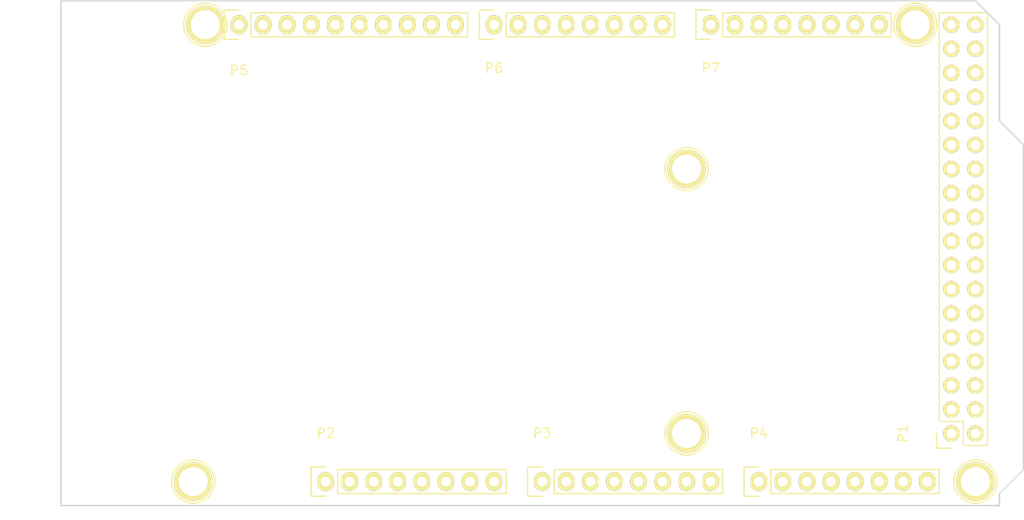
<source format=kicad_pcb>
(kicad_pcb (version 4) (host pcbnew "(2015-03-25 BZR 5536)-product")

  (general
    (links 6)
    (no_connects 6)
    (area 96.952999 66.693 205.053001 122.895)
    (thickness 1.6)
    (drawings 27)
    (tracks 0)
    (zones 0)
    (modules 13)
    (nets 87)
  )

  (page A4)
  (title_block
    (date "mar. 31 mars 2015")
  )

  (layers
    (0 F.Cu signal)
    (31 B.Cu signal)
    (32 B.Adhes user)
    (33 F.Adhes user)
    (34 B.Paste user)
    (35 F.Paste user)
    (36 B.SilkS user)
    (37 F.SilkS user)
    (38 B.Mask user)
    (39 F.Mask user)
    (40 Dwgs.User user)
    (41 Cmts.User user)
    (42 Eco1.User user)
    (43 Eco2.User user)
    (44 Edge.Cuts user)
    (45 Margin user)
    (46 B.CrtYd user)
    (47 F.CrtYd user)
    (48 B.Fab user)
    (49 F.Fab user)
  )

  (setup
    (last_trace_width 0.25)
    (trace_clearance 0.2)
    (zone_clearance 0.508)
    (zone_45_only no)
    (trace_min 0.2)
    (segment_width 0.15)
    (edge_width 0.15)
    (via_size 0.6)
    (via_drill 0.4)
    (via_min_size 0.4)
    (via_min_drill 0.3)
    (uvia_size 0.3)
    (uvia_drill 0.1)
    (uvias_allowed no)
    (uvia_min_size 0.2)
    (uvia_min_drill 0.1)
    (pcb_text_width 0.3)
    (pcb_text_size 1.5 1.5)
    (mod_edge_width 0.15)
    (mod_text_size 1 1)
    (mod_text_width 0.15)
    (pad_size 4.064 4.064)
    (pad_drill 3.048)
    (pad_to_mask_clearance 0)
    (aux_axis_origin 103.378 121.666)
    (visible_elements FFFFFF7F)
    (pcbplotparams
      (layerselection 0x00030_80000001)
      (usegerberextensions false)
      (excludeedgelayer true)
      (linewidth 0.100000)
      (plotframeref false)
      (viasonmask false)
      (mode 1)
      (useauxorigin false)
      (hpglpennumber 1)
      (hpglpenspeed 20)
      (hpglpendiameter 15)
      (hpglpenoverlay 2)
      (psnegative false)
      (psa4output false)
      (plotreference true)
      (plotvalue true)
      (plotinvisibletext false)
      (padsonsilk false)
      (subtractmaskfromsilk false)
      (outputformat 1)
      (mirror false)
      (drillshape 1)
      (scaleselection 1)
      (outputdirectory ""))
  )

  (net 0 "")
  (net 1 GND)
  (net 2 "/52(SCK)")
  (net 3 "/53(SS)")
  (net 4 "/50(MISO)")
  (net 5 "/51(MOSI)")
  (net 6 /48)
  (net 7 /49)
  (net 8 /46)
  (net 9 /47)
  (net 10 /44)
  (net 11 /45)
  (net 12 /42)
  (net 13 /43)
  (net 14 /40)
  (net 15 /41)
  (net 16 /38)
  (net 17 /39)
  (net 18 /36)
  (net 19 /37)
  (net 20 /34)
  (net 21 /35)
  (net 22 /32)
  (net 23 /33)
  (net 24 /30)
  (net 25 /31)
  (net 26 /28)
  (net 27 /29)
  (net 28 /26)
  (net 29 /27)
  (net 30 /24)
  (net 31 /25)
  (net 32 /22)
  (net 33 /23)
  (net 34 +5V)
  (net 35 /IOREF)
  (net 36 /Reset)
  (net 37 /Vin)
  (net 38 /A0)
  (net 39 /A1)
  (net 40 /A2)
  (net 41 /A3)
  (net 42 /A4)
  (net 43 /A5)
  (net 44 /A6)
  (net 45 /A7)
  (net 46 /A8)
  (net 47 /A9)
  (net 48 /A10)
  (net 49 /A11)
  (net 50 /A12)
  (net 51 /A13)
  (net 52 /A14)
  (net 53 /A15)
  (net 54 /SCL)
  (net 55 /SDA)
  (net 56 /AREF)
  (net 57 "/13(**)")
  (net 58 "/12(**)")
  (net 59 "/11(**)")
  (net 60 "/10(**)")
  (net 61 "/9(**)")
  (net 62 "/8(**)")
  (net 63 "/7(**)")
  (net 64 "/6(**)")
  (net 65 "/5(**)")
  (net 66 "/4(**)")
  (net 67 "/3(**)")
  (net 68 "/2(**)")
  (net 69 "/20(SDA)")
  (net 70 "/21(SCL)")
  (net 71 "Net-(P8-Pad1)")
  (net 72 "Net-(P9-Pad1)")
  (net 73 "Net-(P10-Pad1)")
  (net 74 "Net-(P11-Pad1)")
  (net 75 "Net-(P12-Pad1)")
  (net 76 "Net-(P13-Pad1)")
  (net 77 "Net-(P2-Pad1)")
  (net 78 +3V3)
  (net 79 "/1(Tx0)")
  (net 80 "/0(Rx0)")
  (net 81 "/14(Tx3)")
  (net 82 "/15(Rx3)")
  (net 83 "/16(Tx2)")
  (net 84 "/17(Rx2)")
  (net 85 "/18(Tx1)")
  (net 86 "/19(Rx1)")

  (net_class Default "This is the default net class."
    (clearance 0.2)
    (trace_width 0.25)
    (via_dia 0.6)
    (via_drill 0.4)
    (uvia_dia 0.3)
    (uvia_drill 0.1)
    (add_net +3V3)
    (add_net +5V)
    (add_net "/0(Rx0)")
    (add_net "/1(Tx0)")
    (add_net "/10(**)")
    (add_net "/11(**)")
    (add_net "/12(**)")
    (add_net "/13(**)")
    (add_net "/14(Tx3)")
    (add_net "/15(Rx3)")
    (add_net "/16(Tx2)")
    (add_net "/17(Rx2)")
    (add_net "/18(Tx1)")
    (add_net "/19(Rx1)")
    (add_net "/2(**)")
    (add_net "/20(SDA)")
    (add_net "/21(SCL)")
    (add_net /22)
    (add_net /23)
    (add_net /24)
    (add_net /25)
    (add_net /26)
    (add_net /27)
    (add_net /28)
    (add_net /29)
    (add_net "/3(**)")
    (add_net /30)
    (add_net /31)
    (add_net /32)
    (add_net /33)
    (add_net /34)
    (add_net /35)
    (add_net /36)
    (add_net /37)
    (add_net /38)
    (add_net /39)
    (add_net "/4(**)")
    (add_net /40)
    (add_net /41)
    (add_net /42)
    (add_net /43)
    (add_net /44)
    (add_net /45)
    (add_net /46)
    (add_net /47)
    (add_net /48)
    (add_net /49)
    (add_net "/5(**)")
    (add_net "/50(MISO)")
    (add_net "/51(MOSI)")
    (add_net "/52(SCK)")
    (add_net "/53(SS)")
    (add_net "/6(**)")
    (add_net "/7(**)")
    (add_net "/8(**)")
    (add_net "/9(**)")
    (add_net /A0)
    (add_net /A1)
    (add_net /A10)
    (add_net /A11)
    (add_net /A12)
    (add_net /A13)
    (add_net /A14)
    (add_net /A15)
    (add_net /A2)
    (add_net /A3)
    (add_net /A4)
    (add_net /A5)
    (add_net /A6)
    (add_net /A7)
    (add_net /A8)
    (add_net /A9)
    (add_net /AREF)
    (add_net /IOREF)
    (add_net /Reset)
    (add_net /SCL)
    (add_net /SDA)
    (add_net /Vin)
    (add_net GND)
    (add_net "Net-(P10-Pad1)")
    (add_net "Net-(P11-Pad1)")
    (add_net "Net-(P12-Pad1)")
    (add_net "Net-(P13-Pad1)")
    (add_net "Net-(P2-Pad1)")
    (add_net "Net-(P8-Pad1)")
    (add_net "Net-(P9-Pad1)")
  )

  (module Socket_Arduino_Mega:Socket_Strip_Arduino_2x18 (layer F.Cu) (tedit 5519A013) (tstamp 551AFCE5)
    (at 197.358 114.046 90)
    (descr "Through hole socket strip")
    (tags "socket strip")
    (path /5519A11D)
    (fp_text reference P1 (at 0 -5.1 90) (layer F.SilkS)
      (effects (font (size 1 1) (thickness 0.15)))
    )
    (fp_text value Digital (at 0 -3.1 90) (layer F.Fab)
      (effects (font (size 1 1) (thickness 0.15)))
    )
    (fp_line (start -1.75 -1.75) (end -1.75 4.3) (layer F.CrtYd) (width 0.05))
    (fp_line (start 44.95 -1.75) (end 44.95 4.3) (layer F.CrtYd) (width 0.05))
    (fp_line (start -1.75 -1.75) (end 44.95 -1.75) (layer F.CrtYd) (width 0.05))
    (fp_line (start -1.75 4.3) (end 44.95 4.3) (layer F.CrtYd) (width 0.05))
    (fp_line (start -1.27 3.81) (end 44.45 3.81) (layer F.SilkS) (width 0.15))
    (fp_line (start 44.45 -1.27) (end 1.27 -1.27) (layer F.SilkS) (width 0.15))
    (fp_line (start 44.45 3.81) (end 44.45 -1.27) (layer F.SilkS) (width 0.15))
    (fp_line (start -1.27 3.81) (end -1.27 1.27) (layer F.SilkS) (width 0.15))
    (fp_line (start 0 -1.55) (end -1.55 -1.55) (layer F.SilkS) (width 0.15))
    (fp_line (start -1.27 1.27) (end 1.27 1.27) (layer F.SilkS) (width 0.15))
    (fp_line (start 1.27 1.27) (end 1.27 -1.27) (layer F.SilkS) (width 0.15))
    (fp_line (start -1.55 -1.55) (end -1.55 0) (layer F.SilkS) (width 0.15))
    (pad 1 thru_hole circle (at 0 0 90) (size 1.7272 1.7272) (drill 1.016) (layers *.Cu *.Mask F.SilkS)
      (net 1 GND))
    (pad 2 thru_hole oval (at 0 2.54 90) (size 1.7272 1.7272) (drill 1.016) (layers *.Cu *.Mask F.SilkS)
      (net 1 GND))
    (pad 3 thru_hole oval (at 2.54 0 90) (size 1.7272 1.7272) (drill 1.016) (layers *.Cu *.Mask F.SilkS)
      (net 2 "/52(SCK)"))
    (pad 4 thru_hole oval (at 2.54 2.54 90) (size 1.7272 1.7272) (drill 1.016) (layers *.Cu *.Mask F.SilkS)
      (net 3 "/53(SS)"))
    (pad 5 thru_hole oval (at 5.08 0 90) (size 1.7272 1.7272) (drill 1.016) (layers *.Cu *.Mask F.SilkS)
      (net 4 "/50(MISO)"))
    (pad 6 thru_hole oval (at 5.08 2.54 90) (size 1.7272 1.7272) (drill 1.016) (layers *.Cu *.Mask F.SilkS)
      (net 5 "/51(MOSI)"))
    (pad 7 thru_hole oval (at 7.62 0 90) (size 1.7272 1.7272) (drill 1.016) (layers *.Cu *.Mask F.SilkS)
      (net 6 /48))
    (pad 8 thru_hole oval (at 7.62 2.54 90) (size 1.7272 1.7272) (drill 1.016) (layers *.Cu *.Mask F.SilkS)
      (net 7 /49))
    (pad 9 thru_hole oval (at 10.16 0 90) (size 1.7272 1.7272) (drill 1.016) (layers *.Cu *.Mask F.SilkS)
      (net 8 /46))
    (pad 10 thru_hole oval (at 10.16 2.54 90) (size 1.7272 1.7272) (drill 1.016) (layers *.Cu *.Mask F.SilkS)
      (net 9 /47))
    (pad 11 thru_hole oval (at 12.7 0 90) (size 1.7272 1.7272) (drill 1.016) (layers *.Cu *.Mask F.SilkS)
      (net 10 /44))
    (pad 12 thru_hole oval (at 12.7 2.54 90) (size 1.7272 1.7272) (drill 1.016) (layers *.Cu *.Mask F.SilkS)
      (net 11 /45))
    (pad 13 thru_hole oval (at 15.24 0 90) (size 1.7272 1.7272) (drill 1.016) (layers *.Cu *.Mask F.SilkS)
      (net 12 /42))
    (pad 14 thru_hole oval (at 15.24 2.54 90) (size 1.7272 1.7272) (drill 1.016) (layers *.Cu *.Mask F.SilkS)
      (net 13 /43))
    (pad 15 thru_hole oval (at 17.78 0 90) (size 1.7272 1.7272) (drill 1.016) (layers *.Cu *.Mask F.SilkS)
      (net 14 /40))
    (pad 16 thru_hole oval (at 17.78 2.54 90) (size 1.7272 1.7272) (drill 1.016) (layers *.Cu *.Mask F.SilkS)
      (net 15 /41))
    (pad 17 thru_hole oval (at 20.32 0 90) (size 1.7272 1.7272) (drill 1.016) (layers *.Cu *.Mask F.SilkS)
      (net 16 /38))
    (pad 18 thru_hole oval (at 20.32 2.54 90) (size 1.7272 1.7272) (drill 1.016) (layers *.Cu *.Mask F.SilkS)
      (net 17 /39))
    (pad 19 thru_hole oval (at 22.86 0 90) (size 1.7272 1.7272) (drill 1.016) (layers *.Cu *.Mask F.SilkS)
      (net 18 /36))
    (pad 20 thru_hole oval (at 22.86 2.54 90) (size 1.7272 1.7272) (drill 1.016) (layers *.Cu *.Mask F.SilkS)
      (net 19 /37))
    (pad 21 thru_hole oval (at 25.4 0 90) (size 1.7272 1.7272) (drill 1.016) (layers *.Cu *.Mask F.SilkS)
      (net 20 /34))
    (pad 22 thru_hole oval (at 25.4 2.54 90) (size 1.7272 1.7272) (drill 1.016) (layers *.Cu *.Mask F.SilkS)
      (net 21 /35))
    (pad 23 thru_hole oval (at 27.94 0 90) (size 1.7272 1.7272) (drill 1.016) (layers *.Cu *.Mask F.SilkS)
      (net 22 /32))
    (pad 24 thru_hole oval (at 27.94 2.54 90) (size 1.7272 1.7272) (drill 1.016) (layers *.Cu *.Mask F.SilkS)
      (net 23 /33))
    (pad 25 thru_hole oval (at 30.48 0 90) (size 1.7272 1.7272) (drill 1.016) (layers *.Cu *.Mask F.SilkS)
      (net 24 /30))
    (pad 26 thru_hole oval (at 30.48 2.54 90) (size 1.7272 1.7272) (drill 1.016) (layers *.Cu *.Mask F.SilkS)
      (net 25 /31))
    (pad 27 thru_hole oval (at 33.02 0 90) (size 1.7272 1.7272) (drill 1.016) (layers *.Cu *.Mask F.SilkS)
      (net 26 /28))
    (pad 28 thru_hole oval (at 33.02 2.54 90) (size 1.7272 1.7272) (drill 1.016) (layers *.Cu *.Mask F.SilkS)
      (net 27 /29))
    (pad 29 thru_hole oval (at 35.56 0 90) (size 1.7272 1.7272) (drill 1.016) (layers *.Cu *.Mask F.SilkS)
      (net 28 /26))
    (pad 30 thru_hole oval (at 35.56 2.54 90) (size 1.7272 1.7272) (drill 1.016) (layers *.Cu *.Mask F.SilkS)
      (net 29 /27))
    (pad 31 thru_hole oval (at 38.1 0 90) (size 1.7272 1.7272) (drill 1.016) (layers *.Cu *.Mask F.SilkS)
      (net 30 /24))
    (pad 32 thru_hole oval (at 38.1 2.54 90) (size 1.7272 1.7272) (drill 1.016) (layers *.Cu *.Mask F.SilkS)
      (net 31 /25))
    (pad 33 thru_hole oval (at 40.64 0 90) (size 1.7272 1.7272) (drill 1.016) (layers *.Cu *.Mask F.SilkS)
      (net 32 /22))
    (pad 34 thru_hole oval (at 40.64 2.54 90) (size 1.7272 1.7272) (drill 1.016) (layers *.Cu *.Mask F.SilkS)
      (net 33 /23))
    (pad 35 thru_hole oval (at 43.18 0 90) (size 1.7272 1.7272) (drill 1.016) (layers *.Cu *.Mask F.SilkS)
      (net 34 +5V))
    (pad 36 thru_hole oval (at 43.18 2.54 90) (size 1.7272 1.7272) (drill 1.016) (layers *.Cu *.Mask F.SilkS)
      (net 34 +5V))
    (model ${KIPRJMOD}/Socket_Arduino_Mega.3dshapes/Socket_header_Arduino_2x18.wrl
      (at (xyz 0.85 -0.05 0))
      (scale (xyz 1 1 1))
      (rotate (xyz 0 0 180))
    )
  )

  (module Socket_Arduino_Mega:Socket_Strip_Arduino_1x08 (layer F.Cu) (tedit 551AFADB) (tstamp 551AFCFC)
    (at 131.318 119.126)
    (descr "Through hole socket strip")
    (tags "socket strip")
    (path /5519888A)
    (fp_text reference P2 (at 0 -5.1) (layer F.SilkS)
      (effects (font (size 1 1) (thickness 0.15)))
    )
    (fp_text value Power (at 0 -3.1) (layer F.Fab)
      (effects (font (size 1 1) (thickness 0.15)))
    )
    (fp_line (start -1.75 -1.75) (end -1.75 1.75) (layer F.CrtYd) (width 0.05))
    (fp_line (start 19.55 -1.75) (end 19.55 1.75) (layer F.CrtYd) (width 0.05))
    (fp_line (start -1.75 -1.75) (end 19.55 -1.75) (layer F.CrtYd) (width 0.05))
    (fp_line (start -1.75 1.75) (end 19.55 1.75) (layer F.CrtYd) (width 0.05))
    (fp_line (start 1.27 1.27) (end 19.05 1.27) (layer F.SilkS) (width 0.15))
    (fp_line (start 19.05 1.27) (end 19.05 -1.27) (layer F.SilkS) (width 0.15))
    (fp_line (start 19.05 -1.27) (end 1.27 -1.27) (layer F.SilkS) (width 0.15))
    (fp_line (start -1.55 1.55) (end 0 1.55) (layer F.SilkS) (width 0.15))
    (fp_line (start 1.27 1.27) (end 1.27 -1.27) (layer F.SilkS) (width 0.15))
    (fp_line (start 0 -1.55) (end -1.55 -1.55) (layer F.SilkS) (width 0.15))
    (fp_line (start -1.55 -1.55) (end -1.55 1.55) (layer F.SilkS) (width 0.15))
    (pad 1 thru_hole oval (at 0 0) (size 1.7272 2.032) (drill 1.016) (layers *.Cu *.Mask F.SilkS)
      (net 77 "Net-(P2-Pad1)"))
    (pad 2 thru_hole oval (at 2.54 0) (size 1.7272 2.032) (drill 1.016) (layers *.Cu *.Mask F.SilkS)
      (net 35 /IOREF))
    (pad 3 thru_hole oval (at 5.08 0) (size 1.7272 2.032) (drill 1.016) (layers *.Cu *.Mask F.SilkS)
      (net 36 /Reset))
    (pad 4 thru_hole oval (at 7.62 0) (size 1.7272 2.032) (drill 1.016) (layers *.Cu *.Mask F.SilkS)
      (net 78 +3V3))
    (pad 5 thru_hole oval (at 10.16 0) (size 1.7272 2.032) (drill 1.016) (layers *.Cu *.Mask F.SilkS)
      (net 34 +5V))
    (pad 6 thru_hole oval (at 12.7 0) (size 1.7272 2.032) (drill 1.016) (layers *.Cu *.Mask F.SilkS)
      (net 1 GND))
    (pad 7 thru_hole oval (at 15.24 0) (size 1.7272 2.032) (drill 1.016) (layers *.Cu *.Mask F.SilkS)
      (net 1 GND))
    (pad 8 thru_hole oval (at 17.78 0) (size 1.7272 2.032) (drill 1.016) (layers *.Cu *.Mask F.SilkS)
      (net 37 /Vin))
    (model ${KIPRJMOD}/Socket_Arduino_Mega.3dshapes/Socket_header_Arduino_1x08.wrl
      (at (xyz 0.35 0 0))
      (scale (xyz 1 1 1))
      (rotate (xyz 0 0 180))
    )
  )

  (module Socket_Arduino_Mega:Socket_Strip_Arduino_1x08 (layer F.Cu) (tedit 551AFADB) (tstamp 551AFD13)
    (at 154.178 119.126)
    (descr "Through hole socket strip")
    (tags "socket strip")
    (path /5519891B)
    (fp_text reference P3 (at 0 -5.1) (layer F.SilkS)
      (effects (font (size 1 1) (thickness 0.15)))
    )
    (fp_text value Analog (at 0 -3.1) (layer F.Fab)
      (effects (font (size 1 1) (thickness 0.15)))
    )
    (fp_line (start -1.75 -1.75) (end -1.75 1.75) (layer F.CrtYd) (width 0.05))
    (fp_line (start 19.55 -1.75) (end 19.55 1.75) (layer F.CrtYd) (width 0.05))
    (fp_line (start -1.75 -1.75) (end 19.55 -1.75) (layer F.CrtYd) (width 0.05))
    (fp_line (start -1.75 1.75) (end 19.55 1.75) (layer F.CrtYd) (width 0.05))
    (fp_line (start 1.27 1.27) (end 19.05 1.27) (layer F.SilkS) (width 0.15))
    (fp_line (start 19.05 1.27) (end 19.05 -1.27) (layer F.SilkS) (width 0.15))
    (fp_line (start 19.05 -1.27) (end 1.27 -1.27) (layer F.SilkS) (width 0.15))
    (fp_line (start -1.55 1.55) (end 0 1.55) (layer F.SilkS) (width 0.15))
    (fp_line (start 1.27 1.27) (end 1.27 -1.27) (layer F.SilkS) (width 0.15))
    (fp_line (start 0 -1.55) (end -1.55 -1.55) (layer F.SilkS) (width 0.15))
    (fp_line (start -1.55 -1.55) (end -1.55 1.55) (layer F.SilkS) (width 0.15))
    (pad 1 thru_hole oval (at 0 0) (size 1.7272 2.032) (drill 1.016) (layers *.Cu *.Mask F.SilkS)
      (net 38 /A0))
    (pad 2 thru_hole oval (at 2.54 0) (size 1.7272 2.032) (drill 1.016) (layers *.Cu *.Mask F.SilkS)
      (net 39 /A1))
    (pad 3 thru_hole oval (at 5.08 0) (size 1.7272 2.032) (drill 1.016) (layers *.Cu *.Mask F.SilkS)
      (net 40 /A2))
    (pad 4 thru_hole oval (at 7.62 0) (size 1.7272 2.032) (drill 1.016) (layers *.Cu *.Mask F.SilkS)
      (net 41 /A3))
    (pad 5 thru_hole oval (at 10.16 0) (size 1.7272 2.032) (drill 1.016) (layers *.Cu *.Mask F.SilkS)
      (net 42 /A4))
    (pad 6 thru_hole oval (at 12.7 0) (size 1.7272 2.032) (drill 1.016) (layers *.Cu *.Mask F.SilkS)
      (net 43 /A5))
    (pad 7 thru_hole oval (at 15.24 0) (size 1.7272 2.032) (drill 1.016) (layers *.Cu *.Mask F.SilkS)
      (net 44 /A6))
    (pad 8 thru_hole oval (at 17.78 0) (size 1.7272 2.032) (drill 1.016) (layers *.Cu *.Mask F.SilkS)
      (net 45 /A7))
    (model ${KIPRJMOD}/Socket_Arduino_Mega.3dshapes/Socket_header_Arduino_1x08.wrl
      (at (xyz 0.35 0 0))
      (scale (xyz 1 1 1))
      (rotate (xyz 0 0 180))
    )
  )

  (module Socket_Arduino_Mega:Socket_Strip_Arduino_1x08 (layer F.Cu) (tedit 551AFADB) (tstamp 551AFD2A)
    (at 177.038 119.126)
    (descr "Through hole socket strip")
    (tags "socket strip")
    (path /551989CF)
    (fp_text reference P4 (at 0 -5.1) (layer F.SilkS)
      (effects (font (size 1 1) (thickness 0.15)))
    )
    (fp_text value Analog (at 0 -3.1) (layer F.Fab)
      (effects (font (size 1 1) (thickness 0.15)))
    )
    (fp_line (start -1.75 -1.75) (end -1.75 1.75) (layer F.CrtYd) (width 0.05))
    (fp_line (start 19.55 -1.75) (end 19.55 1.75) (layer F.CrtYd) (width 0.05))
    (fp_line (start -1.75 -1.75) (end 19.55 -1.75) (layer F.CrtYd) (width 0.05))
    (fp_line (start -1.75 1.75) (end 19.55 1.75) (layer F.CrtYd) (width 0.05))
    (fp_line (start 1.27 1.27) (end 19.05 1.27) (layer F.SilkS) (width 0.15))
    (fp_line (start 19.05 1.27) (end 19.05 -1.27) (layer F.SilkS) (width 0.15))
    (fp_line (start 19.05 -1.27) (end 1.27 -1.27) (layer F.SilkS) (width 0.15))
    (fp_line (start -1.55 1.55) (end 0 1.55) (layer F.SilkS) (width 0.15))
    (fp_line (start 1.27 1.27) (end 1.27 -1.27) (layer F.SilkS) (width 0.15))
    (fp_line (start 0 -1.55) (end -1.55 -1.55) (layer F.SilkS) (width 0.15))
    (fp_line (start -1.55 -1.55) (end -1.55 1.55) (layer F.SilkS) (width 0.15))
    (pad 1 thru_hole oval (at 0 0) (size 1.7272 2.032) (drill 1.016) (layers *.Cu *.Mask F.SilkS)
      (net 46 /A8))
    (pad 2 thru_hole oval (at 2.54 0) (size 1.7272 2.032) (drill 1.016) (layers *.Cu *.Mask F.SilkS)
      (net 47 /A9))
    (pad 3 thru_hole oval (at 5.08 0) (size 1.7272 2.032) (drill 1.016) (layers *.Cu *.Mask F.SilkS)
      (net 48 /A10))
    (pad 4 thru_hole oval (at 7.62 0) (size 1.7272 2.032) (drill 1.016) (layers *.Cu *.Mask F.SilkS)
      (net 49 /A11))
    (pad 5 thru_hole oval (at 10.16 0) (size 1.7272 2.032) (drill 1.016) (layers *.Cu *.Mask F.SilkS)
      (net 50 /A12))
    (pad 6 thru_hole oval (at 12.7 0) (size 1.7272 2.032) (drill 1.016) (layers *.Cu *.Mask F.SilkS)
      (net 51 /A13))
    (pad 7 thru_hole oval (at 15.24 0) (size 1.7272 2.032) (drill 1.016) (layers *.Cu *.Mask F.SilkS)
      (net 52 /A14))
    (pad 8 thru_hole oval (at 17.78 0) (size 1.7272 2.032) (drill 1.016) (layers *.Cu *.Mask F.SilkS)
      (net 53 /A15))
    (model ${KIPRJMOD}/Socket_Arduino_Mega.3dshapes/Socket_header_Arduino_1x08.wrl
      (at (xyz 0.35 0 0))
      (scale (xyz 1 1 1))
      (rotate (xyz 0 0 180))
    )
  )

  (module Socket_Arduino_Mega:Socket_Strip_Arduino_1x10 (layer F.Cu) (tedit 551AFC9C) (tstamp 551AFD43)
    (at 122.174 70.866)
    (descr "Through hole socket strip")
    (tags "socket strip")
    (path /55198BE2)
    (fp_text reference P5 (at 0 4.826) (layer F.SilkS)
      (effects (font (size 1 1) (thickness 0.15)))
    )
    (fp_text value PWM (at 0 3.048) (layer F.Fab)
      (effects (font (size 1 1) (thickness 0.15)))
    )
    (fp_line (start -1.75 -1.75) (end -1.75 1.75) (layer F.CrtYd) (width 0.05))
    (fp_line (start 24.65 -1.75) (end 24.65 1.75) (layer F.CrtYd) (width 0.05))
    (fp_line (start -1.75 -1.75) (end 24.65 -1.75) (layer F.CrtYd) (width 0.05))
    (fp_line (start -1.75 1.75) (end 24.65 1.75) (layer F.CrtYd) (width 0.05))
    (fp_line (start 1.27 1.27) (end 24.13 1.27) (layer F.SilkS) (width 0.15))
    (fp_line (start 24.13 1.27) (end 24.13 -1.27) (layer F.SilkS) (width 0.15))
    (fp_line (start 24.13 -1.27) (end 1.27 -1.27) (layer F.SilkS) (width 0.15))
    (fp_line (start -1.55 1.55) (end 0 1.55) (layer F.SilkS) (width 0.15))
    (fp_line (start 1.27 1.27) (end 1.27 -1.27) (layer F.SilkS) (width 0.15))
    (fp_line (start 0 -1.55) (end -1.55 -1.55) (layer F.SilkS) (width 0.15))
    (fp_line (start -1.55 -1.55) (end -1.55 1.55) (layer F.SilkS) (width 0.15))
    (pad 1 thru_hole oval (at 0 0) (size 1.7272 2.032) (drill 1.016) (layers *.Cu *.Mask F.SilkS)
      (net 54 /SCL))
    (pad 2 thru_hole oval (at 2.54 0) (size 1.7272 2.032) (drill 1.016) (layers *.Cu *.Mask F.SilkS)
      (net 55 /SDA))
    (pad 3 thru_hole oval (at 5.08 0) (size 1.7272 2.032) (drill 1.016) (layers *.Cu *.Mask F.SilkS)
      (net 56 /AREF))
    (pad 4 thru_hole oval (at 7.62 0) (size 1.7272 2.032) (drill 1.016) (layers *.Cu *.Mask F.SilkS)
      (net 1 GND))
    (pad 5 thru_hole oval (at 10.16 0) (size 1.7272 2.032) (drill 1.016) (layers *.Cu *.Mask F.SilkS)
      (net 57 "/13(**)"))
    (pad 6 thru_hole oval (at 12.7 0) (size 1.7272 2.032) (drill 1.016) (layers *.Cu *.Mask F.SilkS)
      (net 58 "/12(**)"))
    (pad 7 thru_hole oval (at 15.24 0) (size 1.7272 2.032) (drill 1.016) (layers *.Cu *.Mask F.SilkS)
      (net 59 "/11(**)"))
    (pad 8 thru_hole oval (at 17.78 0) (size 1.7272 2.032) (drill 1.016) (layers *.Cu *.Mask F.SilkS)
      (net 60 "/10(**)"))
    (pad 9 thru_hole oval (at 20.32 0) (size 1.7272 2.032) (drill 1.016) (layers *.Cu *.Mask F.SilkS)
      (net 61 "/9(**)"))
    (pad 10 thru_hole oval (at 22.86 0) (size 1.7272 2.032) (drill 1.016) (layers *.Cu *.Mask F.SilkS)
      (net 62 "/8(**)"))
    (model ${KIPRJMOD}/Socket_Arduino_Mega.3dshapes/Socket_header_Arduino_1x10.wrl
      (at (xyz 0.45 0 0))
      (scale (xyz 1 1 1))
      (rotate (xyz 0 0 180))
    )
  )

  (module Socket_Arduino_Mega:Socket_Strip_Arduino_1x08 (layer F.Cu) (tedit 551AFC7F) (tstamp 551AFD5A)
    (at 149.098 70.866)
    (descr "Through hole socket strip")
    (tags "socket strip")
    (path /55198A32)
    (fp_text reference P6 (at 0 4.572) (layer F.SilkS)
      (effects (font (size 1 1) (thickness 0.15)))
    )
    (fp_text value PWM (at 0 3.048) (layer F.Fab)
      (effects (font (size 1 1) (thickness 0.15)))
    )
    (fp_line (start -1.75 -1.75) (end -1.75 1.75) (layer F.CrtYd) (width 0.05))
    (fp_line (start 19.55 -1.75) (end 19.55 1.75) (layer F.CrtYd) (width 0.05))
    (fp_line (start -1.75 -1.75) (end 19.55 -1.75) (layer F.CrtYd) (width 0.05))
    (fp_line (start -1.75 1.75) (end 19.55 1.75) (layer F.CrtYd) (width 0.05))
    (fp_line (start 1.27 1.27) (end 19.05 1.27) (layer F.SilkS) (width 0.15))
    (fp_line (start 19.05 1.27) (end 19.05 -1.27) (layer F.SilkS) (width 0.15))
    (fp_line (start 19.05 -1.27) (end 1.27 -1.27) (layer F.SilkS) (width 0.15))
    (fp_line (start -1.55 1.55) (end 0 1.55) (layer F.SilkS) (width 0.15))
    (fp_line (start 1.27 1.27) (end 1.27 -1.27) (layer F.SilkS) (width 0.15))
    (fp_line (start 0 -1.55) (end -1.55 -1.55) (layer F.SilkS) (width 0.15))
    (fp_line (start -1.55 -1.55) (end -1.55 1.55) (layer F.SilkS) (width 0.15))
    (pad 1 thru_hole oval (at 0 0) (size 1.7272 2.032) (drill 1.016) (layers *.Cu *.Mask F.SilkS)
      (net 63 "/7(**)"))
    (pad 2 thru_hole oval (at 2.54 0) (size 1.7272 2.032) (drill 1.016) (layers *.Cu *.Mask F.SilkS)
      (net 64 "/6(**)"))
    (pad 3 thru_hole oval (at 5.08 0) (size 1.7272 2.032) (drill 1.016) (layers *.Cu *.Mask F.SilkS)
      (net 65 "/5(**)"))
    (pad 4 thru_hole oval (at 7.62 0) (size 1.7272 2.032) (drill 1.016) (layers *.Cu *.Mask F.SilkS)
      (net 66 "/4(**)"))
    (pad 5 thru_hole oval (at 10.16 0) (size 1.7272 2.032) (drill 1.016) (layers *.Cu *.Mask F.SilkS)
      (net 67 "/3(**)"))
    (pad 6 thru_hole oval (at 12.7 0) (size 1.7272 2.032) (drill 1.016) (layers *.Cu *.Mask F.SilkS)
      (net 68 "/2(**)"))
    (pad 7 thru_hole oval (at 15.24 0) (size 1.7272 2.032) (drill 1.016) (layers *.Cu *.Mask F.SilkS)
      (net 79 "/1(Tx0)"))
    (pad 8 thru_hole oval (at 17.78 0) (size 1.7272 2.032) (drill 1.016) (layers *.Cu *.Mask F.SilkS)
      (net 80 "/0(Rx0)"))
    (model ${KIPRJMOD}/Socket_Arduino_Mega.3dshapes/Socket_header_Arduino_1x08.wrl
      (at (xyz 0.35 0 0))
      (scale (xyz 1 1 1))
      (rotate (xyz 0 0 180))
    )
  )

  (module Socket_Arduino_Mega:Socket_Strip_Arduino_1x08 (layer F.Cu) (tedit 551AFC73) (tstamp 551AFD71)
    (at 171.958 70.866)
    (descr "Through hole socket strip")
    (tags "socket strip")
    (path /55198B76)
    (fp_text reference P7 (at 0 4.572) (layer F.SilkS)
      (effects (font (size 1 1) (thickness 0.15)))
    )
    (fp_text value Communication (at 0 2.794) (layer F.Fab)
      (effects (font (size 1 1) (thickness 0.15)))
    )
    (fp_line (start -1.75 -1.75) (end -1.75 1.75) (layer F.CrtYd) (width 0.05))
    (fp_line (start 19.55 -1.75) (end 19.55 1.75) (layer F.CrtYd) (width 0.05))
    (fp_line (start -1.75 -1.75) (end 19.55 -1.75) (layer F.CrtYd) (width 0.05))
    (fp_line (start -1.75 1.75) (end 19.55 1.75) (layer F.CrtYd) (width 0.05))
    (fp_line (start 1.27 1.27) (end 19.05 1.27) (layer F.SilkS) (width 0.15))
    (fp_line (start 19.05 1.27) (end 19.05 -1.27) (layer F.SilkS) (width 0.15))
    (fp_line (start 19.05 -1.27) (end 1.27 -1.27) (layer F.SilkS) (width 0.15))
    (fp_line (start -1.55 1.55) (end 0 1.55) (layer F.SilkS) (width 0.15))
    (fp_line (start 1.27 1.27) (end 1.27 -1.27) (layer F.SilkS) (width 0.15))
    (fp_line (start 0 -1.55) (end -1.55 -1.55) (layer F.SilkS) (width 0.15))
    (fp_line (start -1.55 -1.55) (end -1.55 1.55) (layer F.SilkS) (width 0.15))
    (pad 1 thru_hole oval (at 0 0) (size 1.7272 2.032) (drill 1.016) (layers *.Cu *.Mask F.SilkS)
      (net 81 "/14(Tx3)"))
    (pad 2 thru_hole oval (at 2.54 0) (size 1.7272 2.032) (drill 1.016) (layers *.Cu *.Mask F.SilkS)
      (net 82 "/15(Rx3)"))
    (pad 3 thru_hole oval (at 5.08 0) (size 1.7272 2.032) (drill 1.016) (layers *.Cu *.Mask F.SilkS)
      (net 83 "/16(Tx2)"))
    (pad 4 thru_hole oval (at 7.62 0) (size 1.7272 2.032) (drill 1.016) (layers *.Cu *.Mask F.SilkS)
      (net 84 "/17(Rx2)"))
    (pad 5 thru_hole oval (at 10.16 0) (size 1.7272 2.032) (drill 1.016) (layers *.Cu *.Mask F.SilkS)
      (net 85 "/18(Tx1)"))
    (pad 6 thru_hole oval (at 12.7 0) (size 1.7272 2.032) (drill 1.016) (layers *.Cu *.Mask F.SilkS)
      (net 86 "/19(Rx1)"))
    (pad 7 thru_hole oval (at 15.24 0) (size 1.7272 2.032) (drill 1.016) (layers *.Cu *.Mask F.SilkS)
      (net 69 "/20(SDA)"))
    (pad 8 thru_hole oval (at 17.78 0) (size 1.7272 2.032) (drill 1.016) (layers *.Cu *.Mask F.SilkS)
      (net 70 "/21(SCL)"))
    (model ${KIPRJMOD}/Socket_Arduino_Mega.3dshapes/Socket_header_Arduino_1x08.wrl
      (at (xyz 0.35 0 0))
      (scale (xyz 1 1 1))
      (rotate (xyz 0 0 180))
    )
  )

  (module Connect:1pin (layer F.Cu) (tedit 551D916E) (tstamp 551BBA76)
    (at 117.348 119.126)
    (descr "module 1 pin (ou trou mecanique de percage)")
    (tags DEV)
    (path /551BBA20)
    (fp_text reference P8 (at 0 -3.048) (layer F.SilkS) hide
      (effects (font (size 1 1) (thickness 0.15)))
    )
    (fp_text value CONN_1 (at 0 2.794) (layer F.Fab) hide
      (effects (font (size 1 1) (thickness 0.15)))
    )
    (fp_circle (center 0 0) (end 0 -2.286) (layer F.SilkS) (width 0.15))
    (pad 1 thru_hole circle (at 0 0) (size 4.064 4.064) (drill 3.048) (layers *.Cu *.Mask F.SilkS)
      (net 71 "Net-(P8-Pad1)"))
  )

  (module Connect:1pin (layer F.Cu) (tedit 551D9169) (tstamp 551BBA7C)
    (at 169.418 114.046)
    (descr "module 1 pin (ou trou mecanique de percage)")
    (tags DEV)
    (path /551BBB85)
    (fp_text reference P9 (at 0 -3.048) (layer F.SilkS) hide
      (effects (font (size 1 1) (thickness 0.15)))
    )
    (fp_text value CONN_1 (at 0 2.794) (layer F.Fab) hide
      (effects (font (size 1 1) (thickness 0.15)))
    )
    (fp_circle (center 0 0) (end 0 -2.286) (layer F.SilkS) (width 0.15))
    (pad 1 thru_hole circle (at 0 0) (size 4.064 4.064) (drill 3.048) (layers *.Cu *.Mask F.SilkS)
      (net 72 "Net-(P9-Pad1)"))
  )

  (module Connect:1pin (layer F.Cu) (tedit 551D9172) (tstamp 551BBA82)
    (at 199.898 119.126)
    (descr "module 1 pin (ou trou mecanique de percage)")
    (tags DEV)
    (path /551BBBAB)
    (fp_text reference P10 (at 0 -3.048) (layer F.SilkS) hide
      (effects (font (size 1 1) (thickness 0.15)))
    )
    (fp_text value CONN_1 (at 0 2.794) (layer F.Fab) hide
      (effects (font (size 1 1) (thickness 0.15)))
    )
    (fp_circle (center 0 0) (end 0 -2.286) (layer F.SilkS) (width 0.15))
    (pad 1 thru_hole circle (at 0 0) (size 4.064 4.064) (drill 3.048) (layers *.Cu *.Mask F.SilkS)
      (net 73 "Net-(P10-Pad1)"))
  )

  (module Connect:1pin (layer F.Cu) (tedit 551D914E) (tstamp 551BBA88)
    (at 118.618 70.866)
    (descr "module 1 pin (ou trou mecanique de percage)")
    (tags DEV)
    (path /551BBBD7)
    (fp_text reference P11 (at 0 -3.048) (layer F.SilkS) hide
      (effects (font (size 1 1) (thickness 0.15)))
    )
    (fp_text value CONN_1 (at 0 2.794) (layer F.Fab) hide
      (effects (font (size 1 1) (thickness 0.15)))
    )
    (fp_circle (center 0 0) (end 0 -2.286) (layer F.SilkS) (width 0.15))
    (pad 1 thru_hole circle (at 0 0) (size 4.064 4.064) (drill 3.048) (layers *.Cu *.Mask F.SilkS)
      (net 74 "Net-(P11-Pad1)"))
  )

  (module Connect:1pin (layer F.Cu) (tedit 551D9156) (tstamp 551BBA8E)
    (at 169.418 86.106)
    (descr "module 1 pin (ou trou mecanique de percage)")
    (tags DEV)
    (path /551BBC10)
    (fp_text reference P12 (at 0 -3.048) (layer F.SilkS) hide
      (effects (font (size 1 1) (thickness 0.15)))
    )
    (fp_text value CONN_1 (at 0 2.794) (layer F.Fab) hide
      (effects (font (size 1 1) (thickness 0.15)))
    )
    (fp_circle (center 0 0) (end 0 -2.286) (layer F.SilkS) (width 0.15))
    (pad 1 thru_hole circle (at 0 0) (size 4.064 4.064) (drill 3.048) (layers *.Cu *.Mask F.SilkS)
      (net 75 "Net-(P12-Pad1)"))
  )

  (module Connect:1pin (layer F.Cu) (tedit 551D9163) (tstamp 551BBA94)
    (at 193.548 70.866)
    (descr "module 1 pin (ou trou mecanique de percage)")
    (tags DEV)
    (path /551BBC3C)
    (fp_text reference P13 (at 0 -3.048) (layer F.SilkS) hide
      (effects (font (size 1 1) (thickness 0.15)))
    )
    (fp_text value CONN_1 (at 0 2.794) (layer F.Fab) hide
      (effects (font (size 1 1) (thickness 0.15)))
    )
    (fp_circle (center 0 0) (end 0 -2.286) (layer F.SilkS) (width 0.15))
    (pad 1 thru_hole circle (at 0 0) (size 4.064 4.064) (drill 3.048) (layers *.Cu *.Mask F.SilkS)
      (net 76 "Net-(P13-Pad1)"))
  )

  (gr_text 1 (at 131.445 121.793) (layer Dwgs.User)
    (effects (font (size 1.5 1.5) (thickness 0.3)))
  )
  (gr_line (start 175.6156 96.774) (end 175.6156 90.7288) (angle 90) (layer Dwgs.User) (width 0.15))
  (gr_line (start 179.4764 96.774) (end 179.4764 90.7288) (angle 90) (layer Dwgs.User) (width 0.15))
  (gr_line (start 175.6156 96.774) (end 179.4764 96.774) (angle 90) (layer Dwgs.User) (width 0.15))
  (gr_circle (center 177.546 93.726) (end 178.816 93.726) (layer Dwgs.User) (width 0.15))
  (gr_line (start 175.6156 90.7288) (end 179.4764 90.7288) (angle 90) (layer Dwgs.User) (width 0.15))
  (gr_line (start 165.735 97.536) (end 165.735 89.916) (angle 90) (layer Dwgs.User) (width 0.15))
  (gr_line (start 170.815 97.536) (end 165.735 97.536) (angle 90) (layer Dwgs.User) (width 0.15))
  (gr_line (start 170.815 89.916) (end 170.815 97.536) (angle 90) (layer Dwgs.User) (width 0.15))
  (gr_line (start 165.735 89.916) (end 170.815 89.916) (angle 90) (layer Dwgs.User) (width 0.15))
  (gr_line (start 97.028 89.281) (end 97.028 77.851) (angle 90) (layer Dwgs.User) (width 0.15))
  (gr_line (start 112.903 89.281) (end 97.028 89.281) (angle 90) (layer Dwgs.User) (width 0.15))
  (gr_line (start 112.903 77.851) (end 112.903 89.281) (angle 90) (layer Dwgs.User) (width 0.15))
  (gr_line (start 97.028 77.851) (end 112.903 77.851) (angle 90) (layer Dwgs.User) (width 0.15))
  (gr_line (start 101.473 118.491) (end 101.473 109.601) (angle 90) (layer Dwgs.User) (width 0.15))
  (gr_line (start 114.808 118.491) (end 101.473 118.491) (angle 90) (layer Dwgs.User) (width 0.15))
  (gr_line (start 114.808 109.601) (end 114.808 118.491) (angle 90) (layer Dwgs.User) (width 0.15))
  (gr_line (start 101.473 109.601) (end 114.808 109.601) (angle 90) (layer Dwgs.User) (width 0.15))
  (gr_line (start 202.438 121.666) (end 103.378 121.666) (angle 90) (layer Edge.Cuts) (width 0.15))
  (gr_line (start 202.438 120.396) (end 202.438 121.666) (angle 90) (layer Edge.Cuts) (width 0.15))
  (gr_line (start 204.978 117.856) (end 202.438 120.396) (angle 90) (layer Edge.Cuts) (width 0.15))
  (gr_line (start 204.978 83.566) (end 204.978 117.856) (angle 90) (layer Edge.Cuts) (width 0.15))
  (gr_line (start 202.438 81.026) (end 204.978 83.566) (angle 90) (layer Edge.Cuts) (width 0.15))
  (gr_line (start 202.438 70.866) (end 202.438 81.026) (angle 90) (layer Edge.Cuts) (width 0.15))
  (gr_line (start 199.898 68.326) (end 202.438 70.866) (angle 90) (layer Edge.Cuts) (width 0.15))
  (gr_line (start 103.378 68.326) (end 199.898 68.326) (angle 90) (layer Edge.Cuts) (width 0.15))
  (gr_line (start 103.378 121.666) (end 103.378 68.326) (angle 90) (layer Edge.Cuts) (width 0.15))

)

</source>
